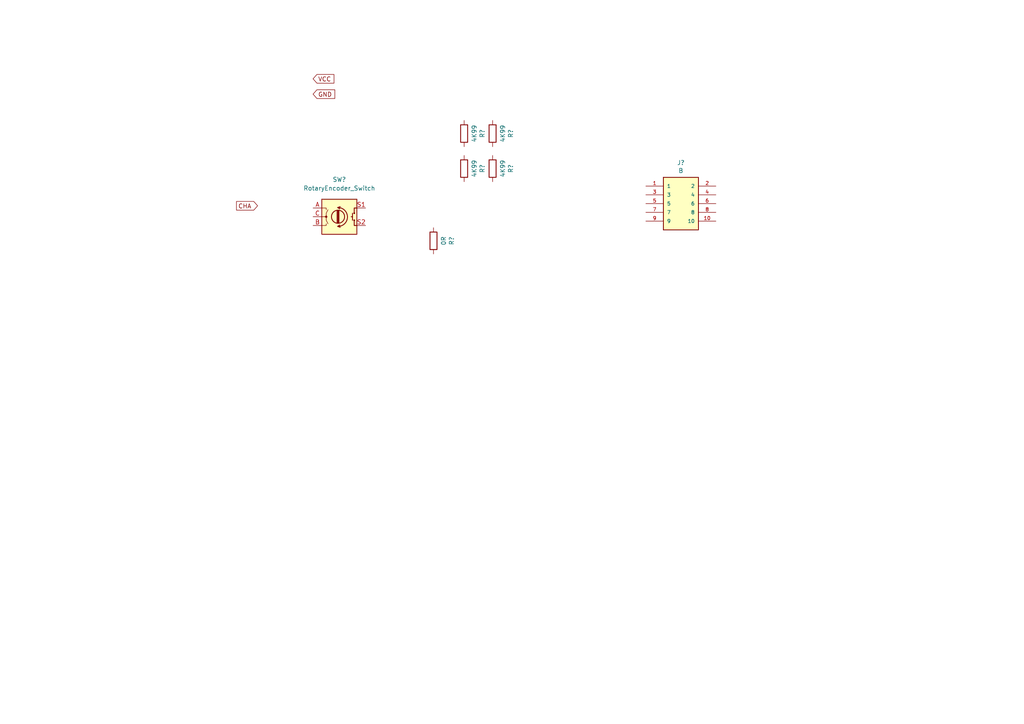
<source format=kicad_sch>
(kicad_sch (version 20211123) (generator eeschema)
  (paper "A4")
  (lib_symbols
    (symbol "Device:R" (pin_numbers hide) (pin_names (offset 0))
      (property "Reference" "R" (at 2.032 0 90))
      (property "Value" "R" (at 0 0 90))
      (symbol "R_0_1"
        (rectangle (start -1.016 -2.54) (end 1.016 2.54) (stroke (width 0.254)))
      )
      (symbol "R_1_1"
        (pin passive line (at 0 3.81 270) (length 1.27) (name "~") (number "1"))
        (pin passive line (at 0 -3.81 90) (length 1.27) (name "~") (number "2"))
      )
    )
    (symbol "Device:RotaryEncoder_Switch" (pin_names (offset 0.254) hide)
      (property "Reference" "SW" (at 0 6.604 0))
      (property "Value" "RotaryEncoder_Switch" (at 0 -6.604 0))
      (symbol "RotaryEncoder_Switch_0_1"
        (rectangle (start -5.08 5.08) (end 5.08 -5.08) (stroke (width 0.254)) (fill (type background)))
        (circle (center -3.81 0) (radius 0.254) (fill (type outline)))
        (arc (start -0.381 -2.794) (mid 2.3622 -0.0508) (end -0.381 2.667) (stroke (width 0.254)))
        (circle (center -0.381 0) (radius 1.905) (stroke (width 0.254)))
        (polyline (pts (xy -0.635 -1.778) (xy -0.635 1.778)) (stroke (width 0.254)))
        (polyline (pts (xy -0.381 -1.778) (xy -0.381 1.778)) (stroke (width 0.254)))
        (polyline (pts (xy -0.127 1.778) (xy -0.127 -1.778)) (stroke (width 0.254)))
        (polyline (pts (xy 3.81 0) (xy 3.429 0)) (stroke (width 0.254)))
        (polyline (pts (xy 3.81 1.016) (xy 3.81 -1.016)) (stroke (width 0.254)))
        (polyline (pts (xy -5.08 -2.54) (xy -3.81 -2.54) (xy -3.81 -2.032)))
        (polyline (pts (xy -5.08 2.54) (xy -3.81 2.54) (xy -3.81 2.032)))
        (polyline (pts (xy 0.254 -3.048) (xy -0.508 -2.794) (xy 0.127 -2.413)) (stroke (width 0.254)))
        (polyline (pts (xy 0.254 2.921) (xy -0.508 2.667) (xy 0.127 2.286)) (stroke (width 0.254)))
        (polyline (pts (xy 5.08 -2.54) (xy 4.318 -2.54) (xy 4.318 -1.016)) (stroke (width 0.254)))
        (polyline (pts (xy 5.08 2.54) (xy 4.318 2.54) (xy 4.318 1.016)) (stroke (width 0.254)))
        (polyline (pts (xy -5.08 0) (xy -3.81 0) (xy -3.81 -1.016) (xy -3.302 -2.032)))
        (polyline (pts (xy -4.318 0) (xy -3.81 0) (xy -3.81 1.016) (xy -3.302 2.032)))
        (circle (center 4.318 -1.016) (radius 0.127) (stroke (width 0.254)))
        (circle (center 4.318 1.016) (radius 0.127) (stroke (width 0.254)))
      )
      (symbol "RotaryEncoder_Switch_1_1"
        (pin passive line (at -7.62 2.54 0) (length 2.54) (name "A") (number "A"))
        (pin passive line (at -7.62 -2.54 0) (length 2.54) (name "B") (number "B"))
        (pin passive line (at -7.62 0 0) (length 2.54) (name "C") (number "C"))
        (pin passive line (at 7.62 2.54 180) (length 2.54) (name "S1") (number "S1"))
        (pin passive line (at 7.62 -2.54 180) (length 2.54) (name "S2") (number "S2"))
      )
    )
    (symbol "kicad-snk:TE_CONN_RCPT_10POS_0.1_TIN_PCB" (pin_names (offset 1.016))
      (property "Reference" "J" (at -5.08 8.255 0))
      (property "Value" "TE_CONN_RCPT_10POS_0.1_TIN_PCB" (at -5.08 -10.1854 0))
      (symbol "TE_CONN_RCPT_10POS_0.1_TIN_PCB_0_0"
        (rectangle (start -5.08 -7.62) (end 5.08 7.62) (stroke (width 0.254)) (fill (type background)))
        (pin passive line (at -10.16 5.08 0) (length 5.08) (name "1") (number "1"))
        (pin passive line (at 10.16 -5.08 180) (length 5.08) (name "10") (number "10"))
        (pin passive line (at 10.16 5.08 180) (length 5.08) (name "2") (number "2"))
        (pin passive line (at -10.16 2.54 0) (length 5.08) (name "3") (number "3"))
        (pin passive line (at 10.16 2.54 180) (length 5.08) (name "4") (number "4"))
        (pin passive line (at -10.16 0 0) (length 5.08) (name "5") (number "5"))
        (pin passive line (at 10.16 0 180) (length 5.08) (name "6") (number "6"))
        (pin passive line (at -10.16 -2.54 0) (length 5.08) (name "7") (number "7"))
        (pin passive line (at 10.16 -2.54 180) (length 5.08) (name "8") (number "8"))
        (pin passive line (at -10.16 -5.08 0) (length 5.08) (name "9") (number "9"))
      )
    )
  )
  (global_label "CHA" (shape output) (at 68.58 59.69 0) (property "Intersheet References" "${INTERSHEET_REFS}" (effects hide)))
  (global_label "GND" (shape input) (at 90.805 27.305 0) (property "Intersheet References" "${INTERSHEET_REFS}" (effects hide)))
  (global_label "VCC" (shape input) (at 90.805 22.86 0) (property "Intersheet References" "${INTERSHEET_REFS}" (effects hide)))
  (symbol (lib_id "Device:R") (at 125.73 69.85 180) (unit 1)
    (property "Reference" "R?" (at 130.9878 69.85 90))
    (property "Value" "0R" (at 128.6764 69.85 90))
    (property "Footprint" "Resistor_SMD:R_0603_1608Metric_Pad0.98x0.95mm_HandSolder" (effects hide))
    (property "manf#" "RT0603FRE074K99L" (effects hide))
  )
  (symbol (lib_id "Device:R") (at 142.875 48.895 180) (unit 1)
    (property "Reference" "R?" (at 148.1328 48.895 90))
    (property "Value" "4K99" (at 145.8214 48.895 90))
    (property "Footprint" "Resistor_SMD:R_0603_1608Metric_Pad0.98x0.95mm_HandSolder" (effects hide))
    (property "manf#" "RT0603FRE074K99L" (effects hide))
  )
  (symbol (lib_id "kicad-snk:TE_CONN_RCPT_10POS_0.1_TIN_PCB") (at 197.485 59.055 0) (unit 1)
    (property "Reference" "J?" (at 197.485 47.1932 0))
    (property "Value" "B" (at 197.485 49.5046 0))
    (property "Footprint" "kicad-snk:TE_CONN_RCPT_10POS_0.1_TIN_PCB" (effects hide))
    (property "Comment" "1-338068-0" (effects hide))
    (property "EU_RoHS_Compliance" "Compliant" (effects hide))
    (property "manf#" "1-215079-0" (effects hide))
  )
  (symbol (lib_id "Device:R") (at 134.62 48.895 180) (unit 1)
    (property "Reference" "R?" (at 139.8778 48.895 90))
    (property "Value" "4K99" (at 137.5664 48.895 90))
    (property "Footprint" "Resistor_SMD:R_0603_1608Metric_Pad0.98x0.95mm_HandSolder" (effects hide))
    (property "manf#" "RT0603FRE074K99L" (effects hide))
  )
  (symbol (lib_id "Device:RotaryEncoder_Switch") (at 98.425 62.865 0) (unit 1)
    (property "Reference" "SW?" (at 98.425 52.07 0))
    (property "Value" "RotaryEncoder_Switch" (at 98.425 54.61 0))
    (property "Footprint" "Rotary_Encoder:RotaryEncoder_Alps_EC11E-Switch_Vertical_H20mm" (effects hide))
  )
  (symbol (lib_id "Device:R") (at 142.875 38.735 180) (unit 1)
    (property "Reference" "R?" (at 148.1328 38.735 90))
    (property "Value" "4K99" (at 145.8214 38.735 90))
    (property "Footprint" "Resistor_SMD:R_0603_1608Metric_Pad0.98x0.95mm_HandSolder" (effects hide))
    (property "manf#" "RT0603FRE074K99L" (effects hide))
  )
  (symbol (lib_id "Device:R") (at 134.62 38.735 180) (unit 1)
    (property "Reference" "R?" (at 139.8778 38.735 90))
    (property "Value" "4K99" (at 137.5664 38.735 90))
    (property "Footprint" "Resistor_SMD:R_0603_1608Metric_Pad0.98x0.95mm_HandSolder" (effects hide))
    (property "manf#" "RT0603FRE074K99L" (effects hide))
  )
)
</source>
